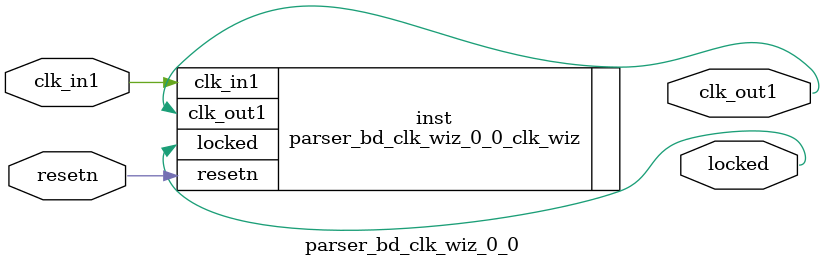
<source format=v>


`timescale 1ps/1ps

(* CORE_GENERATION_INFO = "parser_bd_clk_wiz_0_0,clk_wiz_v6_0_2_0_0,{component_name=parser_bd_clk_wiz_0_0,use_phase_alignment=true,use_min_o_jitter=false,use_max_i_jitter=false,use_dyn_phase_shift=false,use_inclk_switchover=false,use_dyn_reconfig=false,enable_axi=0,feedback_source=FDBK_AUTO,PRIMITIVE=MMCM,num_out_clk=1,clkin1_period=10.000,clkin2_period=10.000,use_power_down=false,use_reset=true,use_locked=true,use_inclk_stopped=false,feedback_type=SINGLE,CLOCK_MGR_TYPE=NA,manual_override=false}" *)

module parser_bd_clk_wiz_0_0 
 (
  // Clock out ports
  output        clk_out1,
  // Status and control signals
  input         resetn,
  output        locked,
 // Clock in ports
  input         clk_in1
 );

  parser_bd_clk_wiz_0_0_clk_wiz inst
  (
  // Clock out ports  
  .clk_out1(clk_out1),
  // Status and control signals               
  .resetn(resetn), 
  .locked(locked),
 // Clock in ports
  .clk_in1(clk_in1)
  );

endmodule

</source>
